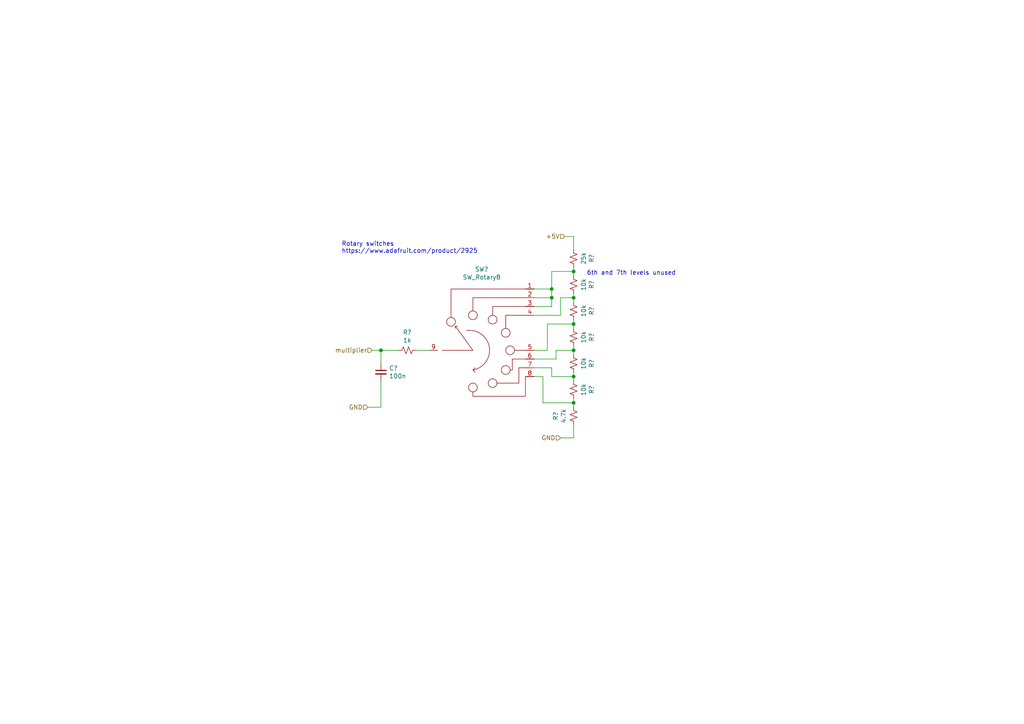
<source format=kicad_sch>
(kicad_sch (version 20211123) (generator eeschema)
  (paper "A4")
  (lib_symbols
    (symbol "Device:C_Small" (pin_numbers hide) (pin_names (offset 0.254) hide)
      (property "Reference" "C" (at 0.254 1.778 0))
      (property "Value" "C_Small" (at 0.254 -2.032 0))
      (symbol "C_Small_0_1"
        (polyline (pts (xy -1.524 -0.508) (xy 1.524 -0.508)) (stroke (width 0.3302)))
        (polyline (pts (xy -1.524 0.508) (xy 1.524 0.508)) (stroke (width 0.3048)))
      )
      (symbol "C_Small_1_1"
        (pin passive line (at 0 2.54 270) (length 2.032) (name "~") (number "1"))
        (pin passive line (at 0 -2.54 90) (length 2.032) (name "~") (number "2"))
      )
    )
    (symbol "Device:R_Small_US" (pin_numbers hide) (pin_names (offset 0.254) hide)
      (property "Reference" "R" (at 0.762 0.508 0))
      (property "Value" "R_Small_US" (at 0.762 -1.016 0))
      (symbol "R_Small_US_1_1"
        (polyline (pts (xy 0 0) (xy 1.016 -0.381) (xy 0 -0.762) (xy -1.016 -1.143) (xy 0 -1.524)))
        (polyline (pts (xy 0 1.524) (xy 1.016 1.143) (xy 0 0.762) (xy -1.016 0.381) (xy 0 0)))
        (pin passive line (at 0 2.54 270) (length 1.016) (name "~") (number "1"))
        (pin passive line (at 0 -2.54 90) (length 1.016) (name "~") (number "2"))
      )
    )
    (symbol "TAPLFO:SW_Rotary8" (pin_names (offset 1.016))
      (property "Reference" "SW" (at 0 10.16 0))
      (property "Value" "SW_Rotary8" (at 0 12.7 0))
      (symbol "SW_Rotary8_0_1"
        (circle (center -6.35 -0.635) (radius 1.27))
        (circle (center 0 -19.685) (radius 1.27))
        (arc (start 0 -14.605) (mid 4.7519 -7.9372) (end -1.905 -3.175))
        (polyline (pts (xy 12.065 -8.89) (xy 17.78 -8.89)))
        (polyline (pts (xy -6.35 0.635) (xy -6.35 8.89) (xy 17.78 8.89)))
        (polyline (pts (xy 0 2.54) (xy 0 6.35) (xy 17.78 6.35)))
        (polyline (pts (xy 5.715 1.27) (xy 5.715 3.81) (xy 17.78 3.81)))
        (polyline (pts (xy 0 -14.605) (xy 0.635 -13.97) (xy 0 -14.605) (xy 0.635 -15.24)))
        (polyline (pts (xy 9.525 -2.54) (xy 9.525 0.635) (xy 9.525 1.27) (xy 17.78 1.27)))
        (polyline (pts (xy 6.985 -18.415) (xy 13.335 -18.415) (xy 13.335 -16.51) (xy 13.335 -13.97) (xy 16.51 -13.97)))
        (polyline (pts (xy 10.795 -14.605) (xy 11.43 -14.605) (xy 11.43 -11.43) (xy 12.7 -11.43) (xy 17.78 -11.43)))
        (polyline (pts (xy 17.78 -16.51) (xy 15.24 -16.51) (xy 15.24 -22.225) (xy 0 -22.225) (xy 0 -20.955)))
        (polyline (pts (xy -8.89 -8.89) (xy 0 -8.89) (xy -5.08 -1.905) (xy -5.08 -2.54) (xy -5.08 -1.905) (xy -4.445 -1.905)))
        (circle (center 0 1.27) (radius 1.27))
        (circle (center 5.715 -18.415) (radius 1.27))
        (circle (center 5.715 0) (radius 1.27))
        (circle (center 9.525 -14.605) (radius 1.27))
        (circle (center 9.525 -3.81) (radius 1.27))
        (circle (center 10.795 -8.89) (radius 1.27))
      )
      (symbol "SW_Rotary8_1_1"
        (pin passive line (at 17.78 8.89 180) (length 2.54) (name "~") (number "1"))
        (pin passive line (at 17.78 6.35 180) (length 2.54) (name "~") (number "2"))
        (pin passive line (at 17.78 3.81 180) (length 2.54) (name "~") (number "3"))
        (pin passive line (at 17.78 1.27 180) (length 2.54) (name "~") (number "4"))
        (pin passive line (at 17.78 -8.89 180) (length 2.54) (name "~") (number "5"))
        (pin passive line (at 17.78 -11.43 180) (length 2.54) (name "~") (number "6"))
        (pin passive line (at 17.78 -13.97 180) (length 2.54) (name "~") (number "7"))
        (pin passive line (at 17.78 -16.51 180) (length 2.54) (name "~") (number "8"))
        (pin passive line (at -12.7 -8.89 0) (length 2.54) (name "~") (number "9"))
      )
    )
  )
  (junction (at 166.37 86.36))
  (junction (at 166.37 116.84))
  (junction (at 110.49 101.6))
  (junction (at 166.37 93.98))
  (junction (at 160.02 83.82))
  (junction (at 166.37 101.6))
  (junction (at 160.02 86.36))
  (junction (at 166.37 109.22))
  (junction (at 166.37 78.74))
  (wire (pts (xy 166.37 109.22) (xy 166.37 107.95)))
  (wire (pts (xy 161.29 104.14) (xy 161.29 101.6)))
  (wire (pts (xy 166.37 68.58) (xy 166.37 72.39)))
  (wire (pts (xy 106.68 118.11) (xy 110.49 118.11)))
  (wire (pts (xy 160.02 78.74) (xy 166.37 78.74)))
  (wire (pts (xy 110.49 101.6) (xy 115.57 101.6)))
  (wire (pts (xy 154.94 83.82) (xy 160.02 83.82)))
  (wire (pts (xy 166.37 86.36) (xy 166.37 87.63)))
  (wire (pts (xy 166.37 78.74) (xy 166.37 80.01)))
  (wire (pts (xy 160.02 106.68) (xy 160.02 109.22)))
  (wire (pts (xy 158.75 101.6) (xy 158.75 93.98)))
  (wire (pts (xy 154.94 106.68) (xy 160.02 106.68)))
  (wire (pts (xy 166.37 116.84) (xy 166.37 118.11)))
  (wire (pts (xy 162.56 127) (xy 166.37 127)))
  (wire (pts (xy 110.49 110.49) (xy 110.49 118.11)))
  (wire (pts (xy 161.29 101.6) (xy 166.37 101.6)))
  (wire (pts (xy 154.94 88.9) (xy 160.02 88.9)))
  (wire (pts (xy 166.37 100.33) (xy 166.37 101.6)))
  (wire (pts (xy 107.95 101.6) (xy 110.49 101.6)))
  (wire (pts (xy 166.37 116.84) (xy 166.37 115.57)))
  (wire (pts (xy 162.56 86.36) (xy 166.37 86.36)))
  (wire (pts (xy 158.75 93.98) (xy 166.37 93.98)))
  (wire (pts (xy 166.37 92.71) (xy 166.37 93.98)))
  (wire (pts (xy 166.37 123.19) (xy 166.37 127)))
  (wire (pts (xy 154.94 86.36) (xy 160.02 86.36)))
  (wire (pts (xy 160.02 86.36) (xy 160.02 83.82)))
  (wire (pts (xy 154.94 104.14) (xy 161.29 104.14)))
  (wire (pts (xy 163.83 68.58) (xy 166.37 68.58)))
  (wire (pts (xy 166.37 93.98) (xy 166.37 95.25)))
  (wire (pts (xy 160.02 78.74) (xy 160.02 83.82)))
  (wire (pts (xy 166.37 85.09) (xy 166.37 86.36)))
  (wire (pts (xy 157.48 109.22) (xy 157.48 116.84)))
  (wire (pts (xy 154.94 91.44) (xy 162.56 91.44)))
  (wire (pts (xy 162.56 86.36) (xy 162.56 91.44)))
  (wire (pts (xy 154.94 109.22) (xy 157.48 109.22)))
  (wire (pts (xy 166.37 77.47) (xy 166.37 78.74)))
  (wire (pts (xy 110.49 105.41) (xy 110.49 101.6)))
  (wire (pts (xy 160.02 88.9) (xy 160.02 86.36)))
  (wire (pts (xy 157.48 116.84) (xy 166.37 116.84)))
  (wire (pts (xy 166.37 101.6) (xy 166.37 102.87)))
  (wire (pts (xy 160.02 109.22) (xy 166.37 109.22)))
  (wire (pts (xy 154.94 101.6) (xy 158.75 101.6)))
  (wire (pts (xy 120.65 101.6) (xy 124.46 101.6)))
  (wire (pts (xy 166.37 110.49) (xy 166.37 109.22)))
  (text "Rotary switches\nhttps://www.adafruit.com/product/2925" (at 99.06 73.66 0) (effects (font (size 1.27 1.27)) (justify left bottom)))
  (text "6th and 7th levels unused" (at 170.18 80.01 0) (effects (font (size 1.27 1.27)) (justify left bottom)))
  (hierarchical_label "multiplier" (shape input) (at 107.95 101.6 180))
  (hierarchical_label "+5V" (shape input) (at 163.83 68.58 180))
  (hierarchical_label "GND" (shape input) (at 162.56 127 180))
  (hierarchical_label "GND" (shape input) (at 106.68 118.11 180))
  (symbol (lib_id "Device:R_Small_US") (at 166.37 97.79 0) (unit 1)
    (property "Reference" "R?" (at 171.577 97.79 90))
    (property "Value" "10k" (at 169.2656 97.79 90))
    (property "Footprint" "Resistor_SMD:R_0805_2012Metric" (effects hide))
  )
  (symbol (lib_id "Device:C_Small") (at 110.49 107.95 0) (unit 1)
    (property "Reference" "C?" (at 112.8268 106.7816 0) (effects (justify left)))
    (property "Value" "100n" (at 112.8268 109.093 0) (effects (justify left)))
    (property "Footprint" "Capacitor_SMD:C_0805_2012Metric" (effects hide))
  )
  (symbol (lib_id "TAPLFO:SW_Rotary8") (at 137.16 92.71 0) (unit 1)
    (property "Reference" "SW?" (at 139.7 78.105 0))
    (property "Value" "SW_Rotary8" (at 139.7 80.4164 0))
    (property "Footprint" "Rotary8:RotaryEncoder_Adafruit_Mini_8" (effects hide))
  )
  (symbol (lib_id "Device:R_Small_US") (at 166.37 74.93 0) (unit 1)
    (property "Reference" "R?" (at 171.577 74.93 90))
    (property "Value" "25k" (at 169.2656 74.93 90))
    (property "Footprint" "Resistor_SMD:R_0805_2012Metric" (effects hide))
  )
  (symbol (lib_id "Device:R_Small_US") (at 166.37 105.41 0) (unit 1)
    (property "Reference" "R?" (at 171.577 105.41 90))
    (property "Value" "10k" (at 169.2656 105.41 90))
    (property "Footprint" "Resistor_SMD:R_0805_2012Metric" (effects hide))
  )
  (symbol (lib_id "Device:R_Small_US") (at 166.37 82.55 0) (unit 1)
    (property "Reference" "R?" (at 171.577 82.55 90))
    (property "Value" "10k" (at 169.2656 82.55 90))
    (property "Footprint" "Resistor_SMD:R_0805_2012Metric" (effects hide))
  )
  (symbol (lib_id "Device:R_Small_US") (at 118.11 101.6 270) (unit 1)
    (property "Reference" "R?" (at 118.11 96.393 90))
    (property "Value" "1k" (at 118.11 98.7044 90))
    (property "Footprint" "Resistor_SMD:R_0805_2012Metric" (effects hide))
  )
  (symbol (lib_id "Device:R_Small_US") (at 166.37 113.03 0) (unit 1)
    (property "Reference" "R?" (at 171.577 113.03 90))
    (property "Value" "10k" (at 169.2656 113.03 90))
    (property "Footprint" "Resistor_SMD:R_0805_2012Metric" (effects hide))
  )
  (symbol (lib_id "Device:R_Small_US") (at 166.37 120.65 180) (unit 1)
    (property "Reference" "R?" (at 161.163 120.65 90))
    (property "Value" "4.7k" (at 163.4744 120.65 90))
    (property "Footprint" "Resistor_SMD:R_0805_2012Metric" (effects hide))
  )
  (symbol (lib_id "Device:R_Small_US") (at 166.37 90.17 0) (unit 1)
    (property "Reference" "R?" (at 171.577 90.17 90))
    (property "Value" "10k" (at 169.2656 90.17 90))
    (property "Footprint" "Resistor_SMD:R_0805_2012Metric" (effects hide))
  )
)
</source>
